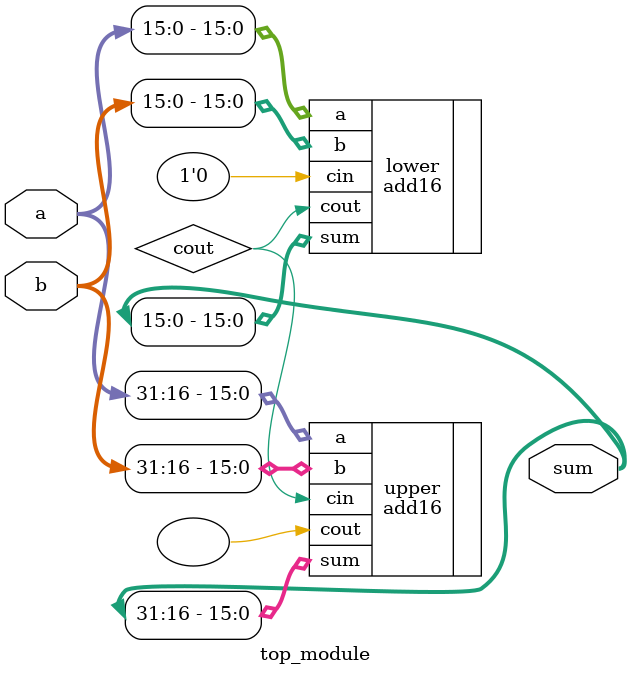
<source format=v>
module top_module(
    input [31:0] a,
    input [31:0] b,
    output [31:0] sum
);
    
    wire cout;
    
    add16 lower(.a(a[15:0]),.b(b[15:0]),.sum(sum[15:0]),.cin(1'b0),.cout(cout));
    
    add16 upper(.a(a[31:16]),.b(b[31:16]),.sum(sum[31:16]),.cin(cout),.cout());
    
endmodule

</source>
